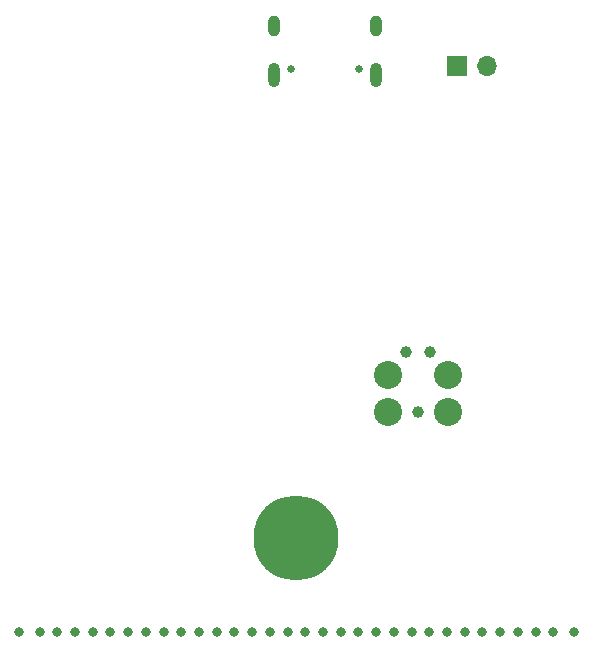
<source format=gbs>
G04 #@! TF.GenerationSoftware,KiCad,Pcbnew,(7.0.0)*
G04 #@! TF.CreationDate,2023-11-11T15:55:20+01:00*
G04 #@! TF.ProjectId,GameboyCartridgeV1.1,47616d65-626f-4794-9361-727472696467,rev?*
G04 #@! TF.SameCoordinates,Original*
G04 #@! TF.FileFunction,Soldermask,Bot*
G04 #@! TF.FilePolarity,Negative*
%FSLAX46Y46*%
G04 Gerber Fmt 4.6, Leading zero omitted, Abs format (unit mm)*
G04 Created by KiCad (PCBNEW (7.0.0)) date 2023-11-11 15:55:20*
%MOMM*%
%LPD*%
G01*
G04 APERTURE LIST*
%ADD10C,0.650000*%
%ADD11O,1.000000X2.100000*%
%ADD12O,1.000000X1.800000*%
%ADD13C,0.800000*%
%ADD14C,2.374900*%
%ADD15C,0.990600*%
%ADD16C,7.200000*%
%ADD17R,1.700000X1.700000*%
%ADD18O,1.700000X1.700000*%
G04 APERTURE END LIST*
D10*
X117050000Y-61665000D03*
X111270000Y-61665000D03*
D11*
X118479999Y-62164999D03*
D12*
X118479999Y-57984999D03*
D11*
X109839999Y-62164999D03*
D12*
X109839999Y-57984999D03*
D13*
X88266962Y-109283715D03*
X90016962Y-109283715D03*
X91516962Y-109283715D03*
X93016962Y-109283715D03*
X94516962Y-109283715D03*
X96016962Y-109283715D03*
X97516962Y-109283715D03*
X99016962Y-109283715D03*
X100516962Y-109283715D03*
X102016962Y-109283715D03*
X103516962Y-109283715D03*
X105016962Y-109283715D03*
X106516962Y-109283715D03*
X108016962Y-109283715D03*
X109516962Y-109283715D03*
X111016962Y-109283715D03*
X112516962Y-109283715D03*
X114016962Y-109283715D03*
X115516962Y-109283715D03*
X117016962Y-109283715D03*
X118516962Y-109283715D03*
X120016962Y-109283715D03*
X121516962Y-109283715D03*
X123016962Y-109283715D03*
X124516962Y-109283715D03*
X126016962Y-109283715D03*
X127516962Y-109283715D03*
X129016962Y-109283715D03*
X130516962Y-109283715D03*
X132016962Y-109283715D03*
X133516962Y-109283715D03*
X135266962Y-109283715D03*
D14*
X119560000Y-90690000D03*
D15*
X122100000Y-90690000D03*
D14*
X124640000Y-90690000D03*
X119560000Y-87515000D03*
X124640000Y-87515000D03*
D15*
X121084000Y-85610000D03*
X123116000Y-85610000D03*
D16*
X111770000Y-101359673D03*
D17*
X125344999Y-61374999D03*
D18*
X127884999Y-61374999D03*
M02*

</source>
